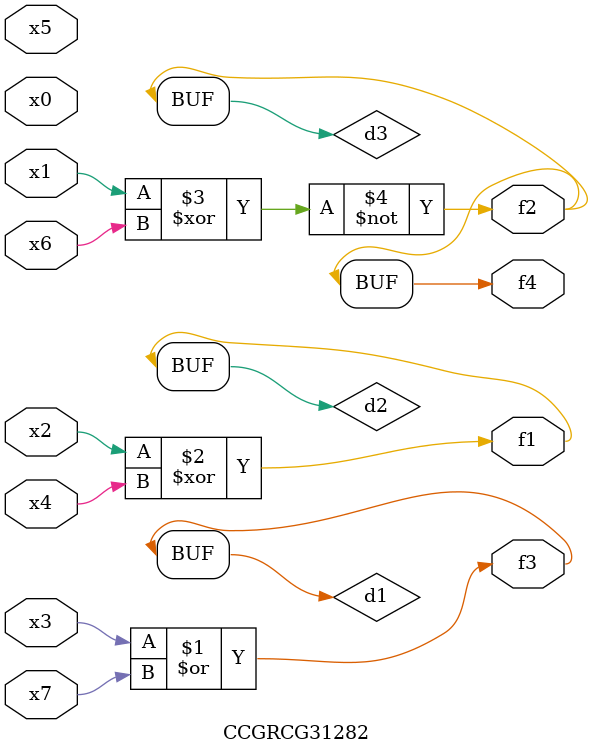
<source format=v>
module CCGRCG31282(
	input x0, x1, x2, x3, x4, x5, x6, x7,
	output f1, f2, f3, f4
);

	wire d1, d2, d3;

	or (d1, x3, x7);
	xor (d2, x2, x4);
	xnor (d3, x1, x6);
	assign f1 = d2;
	assign f2 = d3;
	assign f3 = d1;
	assign f4 = d3;
endmodule

</source>
